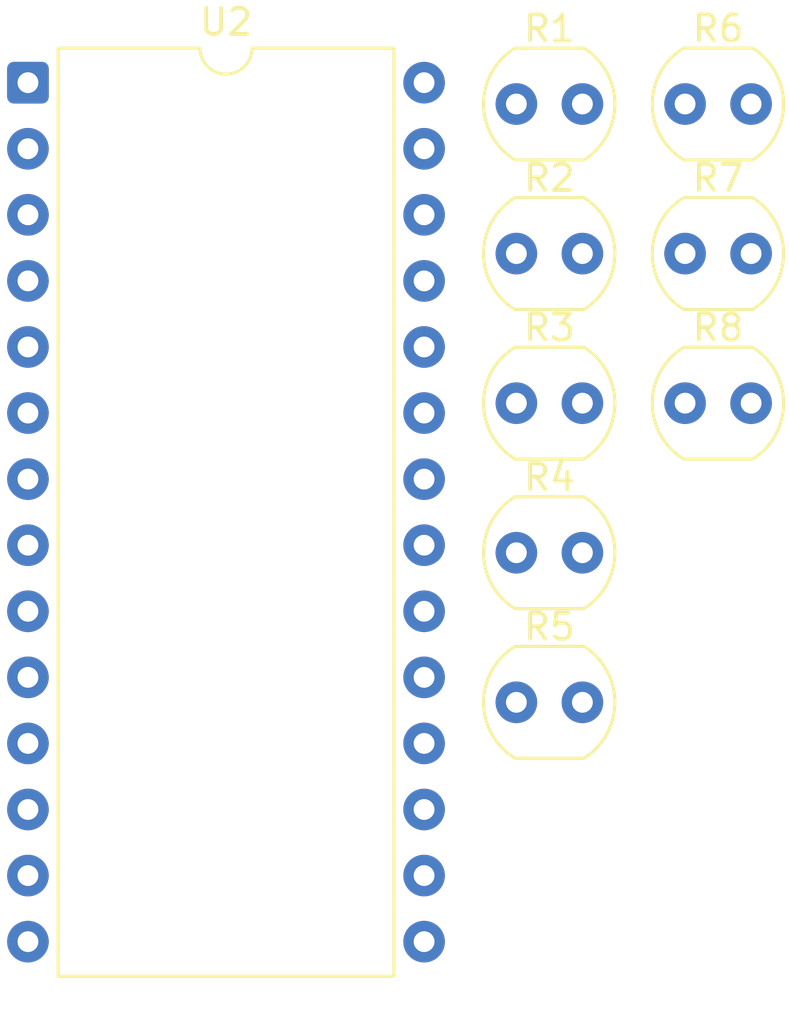
<source format=kicad_pcb>
(kicad_pcb (version 20241229) (generator "pcbnew") (generator_version "9.0")
  (layers (0 "F.Cu" signal) (2 "B.Cu" signal) (13 "F.Paste" user) (15 "B.Paste" user) (5 "F.SilkS" user "F.Silkscreen") (7 "B.SilkS" user "B.Silkscreen") (1 "F.Mask" user) (3 "B.Mask" user) (25 "Edge.Cuts" user))
  (net 0 "")
  (net 1 "Net-(U2-D0)")
  (net 2 "+5V")
  (net 3 "Net-(U2-D1)")
  (net 4 "Net-(U2-D2)")
  (net 5 "Net-(U2-D3)")
  (net 6 "Net-(U2-D4)")
  (net 7 "Net-(U2-D5)")
  (net 8 "Net-(U2-D6)")
  (net 9 "Net-(U2-D7)")
  (net 10 "Net-(U1-A13{slash}PB5)")
  (net 11 "GND")
  (net 12 "Net-(U1-A8{slash}PB0)")
  (net 13 "Net-(U1-A12{slash}PB4)")
  (net 14 "Net-(U1-A9{slash}PB1)")
  (net 15 "Net-(U1-PA6)")
  (net 16 "Net-(U1-A14{slash}PB6)")
  (net 17 "Net-(U1-A10{slash}PB2)")
  (net 18 "Net-(U1-PA5)")
  (net 19 "Net-(U1-A11{slash}PB3)")
  (net 20 "Net-(U1-A15{slash}PB7)")
  (footprint "OptoDevice:R_LDR_4.9x4.2mm_P2.54mm_Vertical" (layer "F.Cu") (at 156.55 70.8)
    (property "Reference" "R1" (at 1.27 -2.9 0) (layer "F.SilkS"))
    (property "Value" "10k")
    (fp_line (start -0.05 -2.15) (end 2.6 -2.15) (stroke (width 0.12)) (layer "F.SilkS"))
    (fp_line (start -0.05 2.15) (end 2.6 2.15) (stroke (width 0.12)) (layer "F.SilkS"))
    (fp_arc (start -0.05 2.15) (mid -1.262424 0.01494) (end -0.075476 -2.134388) (stroke (width 0.12)) (layer "F.SilkS"))
    (fp_arc (start 2.6 -2.15) (mid 3.788646 -0.016616) (end 2.628027 2.132145) (stroke (width 0.12)) (layer "F.SilkS"))
    (pad "1" thru_hole circle (at 0 0) (size 1.6 1.6) (drill 0.8) (layers "*.Cu" "*.Mask") (net 1 "Net-(U2-D0)"))
    (pad "2" thru_hole circle (at 2.54 0) (size 1.6 1.6) (drill 0.8) (layers "*.Cu" "*.Mask") (net 2 "+5V"))
  )
  (footprint "OptoDevice:R_LDR_4.9x4.2mm_P2.54mm_Vertical" (layer "F.Cu") (at 156.55 93.8)
    (property "Reference" "R5" (at 1.27 -2.9 0) (layer "F.SilkS"))
    (property "Value" "1k")
    (fp_line (start -0.05 -2.15) (end 2.6 -2.15) (stroke (width 0.12)) (layer "F.SilkS"))
    (fp_line (start -0.05 2.15) (end 2.6 2.15) (stroke (width 0.12)) (layer "F.SilkS"))
    (fp_arc (start -0.05 2.15) (mid -1.262424 0.01494) (end -0.075476 -2.134388) (stroke (width 0.12)) (layer "F.SilkS"))
    (fp_arc (start 2.6 -2.15) (mid 3.788646 -0.016616) (end 2.628027 2.132145) (stroke (width 0.12)) (layer "F.SilkS"))
    (pad "1" thru_hole circle (at 0 0) (size 1.6 1.6) (drill 0.8) (layers "*.Cu" "*.Mask") (net 6 "Net-(U2-D4)"))
    (pad "2" thru_hole circle (at 2.54 0) (size 1.6 1.6) (drill 0.8) (layers "*.Cu" "*.Mask") (net 2 "+5V"))
  )
  (footprint "OptoDevice:R_LDR_4.9x4.2mm_P2.54mm_Vertical" (layer "F.Cu") (at 163.04 82.3)
    (property "Reference" "R8" (at 1.27 -2.9 0) (layer "F.SilkS"))
    (property "Value" "1k")
    (fp_line (start -0.05 -2.15) (end 2.6 -2.15) (stroke (width 0.12)) (layer "F.SilkS"))
    (fp_line (start -0.05 2.15) (end 2.6 2.15) (stroke (width 0.12)) (layer "F.SilkS"))
    (fp_arc (start -0.05 2.15) (mid -1.262424 0.01494) (end -0.075476 -2.134388) (stroke (width 0.12)) (layer "F.SilkS"))
    (fp_arc (start 2.6 -2.15) (mid 3.788646 -0.016616) (end 2.628027 2.132145) (stroke (width 0.12)) (layer "F.SilkS"))
    (pad "1" thru_hole circle (at 0 0) (size 1.6 1.6) (drill 0.8) (layers "*.Cu" "*.Mask") (net 9 "Net-(U2-D7)"))
    (pad "2" thru_hole circle (at 2.54 0) (size 1.6 1.6) (drill 0.8) (layers "*.Cu" "*.Mask") (net 2 "+5V"))
  )
  (footprint "OptoDevice:R_LDR_4.9x4.2mm_P2.54mm_Vertical" (layer "F.Cu") (at 163.04 70.8)
    (property "Reference" "R6" (at 1.27 -2.9 0) (layer "F.SilkS"))
    (property "Value" "1k")
    (fp_line (start -0.05 -2.15) (end 2.6 -2.15) (stroke (width 0.12)) (layer "F.SilkS"))
    (fp_line (start -0.05 2.15) (end 2.6 2.15) (stroke (width 0.12)) (layer "F.SilkS"))
    (fp_arc (start -0.05 2.15) (mid -1.262424 0.01494) (end -0.075476 -2.134388) (stroke (width 0.12)) (layer "F.SilkS"))
    (fp_arc (start 2.6 -2.15) (mid 3.788646 -0.016616) (end 2.628027 2.132145) (stroke (width 0.12)) (layer "F.SilkS"))
    (pad "1" thru_hole circle (at 0 0) (size 1.6 1.6) (drill 0.8) (layers "*.Cu" "*.Mask") (net 7 "Net-(U2-D5)"))
    (pad "2" thru_hole circle (at 2.54 0) (size 1.6 1.6) (drill 0.8) (layers "*.Cu" "*.Mask") (net 2 "+5V"))
  )
  (footprint "OptoDevice:R_LDR_4.9x4.2mm_P2.54mm_Vertical" (layer "F.Cu") (at 163.04 76.55)
    (property "Reference" "R7" (at 1.27 -2.9 0) (layer "F.SilkS"))
    (property "Value" "1k")
    (fp_line (start -0.05 -2.15) (end 2.6 -2.15) (stroke (width 0.12)) (layer "F.SilkS"))
    (fp_line (start -0.05 2.15) (end 2.6 2.15) (stroke (width 0.12)) (layer "F.SilkS"))
    (fp_arc (start -0.05 2.15) (mid -1.262424 0.01494) (end -0.075476 -2.134388) (stroke (width 0.12)) (layer "F.SilkS"))
    (fp_arc (start 2.6 -2.15) (mid 3.788646 -0.016616) (end 2.628027 2.132145) (stroke (width 0.12)) (layer "F.SilkS"))
    (pad "1" thru_hole circle (at 0 0) (size 1.6 1.6) (drill 0.8) (layers "*.Cu" "*.Mask") (net 8 "Net-(U2-D6)"))
    (pad "2" thru_hole circle (at 2.54 0) (size 1.6 1.6) (drill 0.8) (layers "*.Cu" "*.Mask") (net 2 "+5V"))
  )
  (footprint "OptoDevice:R_LDR_4.9x4.2mm_P2.54mm_Vertical" (layer "F.Cu") (at 156.55 76.55)
    (property "Reference" "R2" (at 1.27 -2.9 0) (layer "F.SilkS"))
    (property "Value" "1k")
    (fp_line (start -0.05 -2.15) (end 2.6 -2.15) (stroke (width 0.12)) (layer "F.SilkS"))
    (fp_line (start -0.05 2.15) (end 2.6 2.15) (stroke (width 0.12)) (layer "F.SilkS"))
    (fp_arc (start -0.05 2.15) (mid -1.262424 0.01494) (end -0.075476 -2.134388) (stroke (width 0.12)) (layer "F.SilkS"))
    (fp_arc (start 2.6 -2.15) (mid 3.788646 -0.016616) (end 2.628027 2.132145) (stroke (width 0.12)) (layer "F.SilkS"))
    (pad "1" thru_hole circle (at 0 0) (size 1.6 1.6) (drill 0.8) (layers "*.Cu" "*.Mask") (net 3 "Net-(U2-D1)"))
    (pad "2" thru_hole circle (at 2.54 0) (size 1.6 1.6) (drill 0.8) (layers "*.Cu" "*.Mask") (net 2 "+5V"))
  )
  (footprint "Package_DIP:DIP-28_W15.24mm" (layer "F.Cu") (at 137.76 69.98)
    (property "Reference" "U2" (at 7.62 -2.33 0) (layer "F.SilkS"))
    (property "Value" "2764")
    (fp_line (start 1.16 -1.33) (end 1.16 34.35) (stroke (width 0.12)) (layer "F.SilkS"))
    (fp_line (start 1.16 34.35) (end 14.08 34.35) (stroke (width 0.12)) (layer "F.SilkS"))
    (fp_line (start 6.62 -1.33) (end 1.16 -1.33) (stroke (width 0.12)) (layer "F.SilkS"))
    (fp_line (start 14.08 -1.33) (end 8.62 -1.33) (stroke (width 0.12)) (layer "F.SilkS"))
    (fp_line (start 14.08 34.35) (end 14.08 -1.33) (stroke (width 0.12)) (layer "F.SilkS"))
    (fp_arc (start 8.62 -1.33) (mid 7.62 -0.33) (end 6.62 -1.33) (stroke (width 0.12)) (layer "F.SilkS"))
    (pad "1" thru_hole roundrect (at 0 0) (size 1.6 1.6) (drill 0.8) (layers "*.Cu" "*.Mask") (roundrect_rratio 0.15625) (net 2 "+5V"))
    (pad "2" thru_hole circle (at 0 2.54) (size 1.6 1.6) (drill 0.8) (layers "*.Cu" "*.Mask") (net 11 "GND"))
    (pad "3" thru_hole circle (at 0 5.08) (size 1.6 1.6) (drill 0.8) (layers "*.Cu" "*.Mask") (net 20 "Net-(U1-A15{slash}PB7)"))
    (pad "4" thru_hole circle (at 0 7.62) (size 1.6 1.6) (drill 0.8) (layers "*.Cu" "*.Mask") (net 16 "Net-(U1-A14{slash}PB6)"))
    (pad "5" thru_hole circle (at 0 10.16) (size 1.6 1.6) (drill 0.8) (layers "*.Cu" "*.Mask") (net 10 "Net-(U1-A13{slash}PB5)"))
    (pad "6" thru_hole circle (at 0 12.7) (size 1.6 1.6) (drill 0.8) (layers "*.Cu" "*.Mask") (net 13 "Net-(U1-A12{slash}PB4)"))
    (pad "7" thru_hole circle (at 0 15.24) (size 1.6 1.6) (drill 0.8) (layers "*.Cu" "*.Mask") (net 19 "Net-(U1-A11{slash}PB3)"))
    (pad "8" thru_hole circle (at 0 17.78) (size 1.6 1.6) (drill 0.8) (layers "*.Cu" "*.Mask") (net 17 "Net-(U1-A10{slash}PB2)"))
    (pad "9" thru_hole circle (at 0 20.32) (size 1.6 1.6) (drill 0.8) (layers "*.Cu" "*.Mask") (net 14 "Net-(U1-A9{slash}PB1)"))
    (pad "10" thru_hole circle (at 0 22.86) (size 1.6 1.6) (drill 0.8) (layers "*.Cu" "*.Mask") (net 12 "Net-(U1-A8{slash}PB0)"))
    (pad "11" thru_hole circle (at 0 25.4) (size 1.6 1.6) (drill 0.8) (layers "*.Cu" "*.Mask") (net 1 "Net-(U2-D0)"))
    (pad "12" thru_hole circle (at 0 27.94) (size 1.6 1.6) (drill 0.8) (layers "*.Cu" "*.Mask") (net 3 "Net-(U2-D1)"))
    (pad "13" thru_hole circle (at 0 30.48) (size 1.6 1.6) (drill 0.8) (layers "*.Cu" "*.Mask") (net 4 "Net-(U2-D2)"))
    (pad "14" thru_hole circle (at 0 33.02) (size 1.6 1.6) (drill 0.8) (layers "*.Cu" "*.Mask") (net 11 "GND"))
    (pad "15" thru_hole circle (at 15.24 33.02) (size 1.6 1.6) (drill 0.8) (layers "*.Cu" "*.Mask") (net 5 "Net-(U2-D3)"))
    (pad "16" thru_hole circle (at 15.24 30.48) (size 1.6 1.6) (drill 0.8) (layers "*.Cu" "*.Mask") (net 6 "Net-(U2-D4)"))
    (pad "17" thru_hole circle (at 15.24 27.94) (size 1.6 1.6) (drill 0.8) (layers "*.Cu" "*.Mask") (net 7 "Net-(U2-D5)"))
    (pad "18" thru_hole circle (at 15.24 25.4) (size 1.6 1.6) (drill 0.8) (layers "*.Cu" "*.Mask") (net 8 "Net-(U2-D6)"))
    (pad "19" thru_hole circle (at 15.24 22.86) (size 1.6 1.6) (drill 0.8) (layers "*.Cu" "*.Mask") (net 9 "Net-(U2-D7)"))
    (pad "20" thru_hole circle (at 15.24 20.32) (size 1.6 1.6) (drill 0.8) (layers "*.Cu" "*.Mask") (net 18 "Net-(U1-PA5)"))
    (pad "21" thru_hole circle (at 15.24 17.78) (size 1.6 1.6) (drill 0.8) (layers "*.Cu" "*.Mask") (net 11 "GND"))
    (pad "22" thru_hole circle (at 15.24 15.24) (size 1.6 1.6) (drill 0.8) (layers "*.Cu" "*.Mask") (net 15 "Net-(U1-PA6)"))
    (pad "23" thru_hole circle (at 15.24 12.7) (size 1.6 1.6) (drill 0.8) (layers "*.Cu" "*.Mask") (net 11 "GND"))
    (pad "24" thru_hole circle (at 15.24 10.16) (size 1.6 1.6) (drill 0.8) (layers "*.Cu" "*.Mask") (net 11 "GND"))
    (pad "25" thru_hole circle (at 15.24 7.62) (size 1.6 1.6) (drill 0.8) (layers "*.Cu" "*.Mask") (net 11 "GND"))
    (pad "26" thru_hole circle (at 15.24 5.08) (size 1.6 1.6) (drill 0.8) (layers "*.Cu" "*.Mask"))
    (pad "27" thru_hole circle (at 15.24 2.54) (size 1.6 1.6) (drill 0.8) (layers "*.Cu" "*.Mask") (net 2 "+5V"))
    (pad "28" thru_hole circle (at 15.24 0) (size 1.6 1.6) (drill 0.8) (layers "*.Cu" "*.Mask") (net 2 "+5V"))
  )
  (footprint "OptoDevice:R_LDR_4.9x4.2mm_P2.54mm_Vertical" (layer "F.Cu") (at 156.55 88.05)
    (property "Reference" "R4" (at 1.27 -2.9 0) (layer "F.SilkS"))
    (property "Value" "1k")
    (fp_line (start -0.05 -2.15) (end 2.6 -2.15) (stroke (width 0.12)) (layer "F.SilkS"))
    (fp_line (start -0.05 2.15) (end 2.6 2.15) (stroke (width 0.12)) (layer "F.SilkS"))
    (fp_arc (start -0.05 2.15) (mid -1.262424 0.01494) (end -0.075476 -2.134388) (stroke (width 0.12)) (layer "F.SilkS"))
    (fp_arc (start 2.6 -2.15) (mid 3.788646 -0.016616) (end 2.628027 2.132145) (stroke (width 0.12)) (layer "F.SilkS"))
    (pad "1" thru_hole circle (at 0 0) (size 1.6 1.6) (drill 0.8) (layers "*.Cu" "*.Mask") (net 5 "Net-(U2-D3)"))
    (pad "2" thru_hole circle (at 2.54 0) (size 1.6 1.6) (drill 0.8) (layers "*.Cu" "*.Mask") (net 2 "+5V"))
  )
  (footprint "OptoDevice:R_LDR_4.9x4.2mm_P2.54mm_Vertical" (layer "F.Cu") (at 156.55 82.3)
    (property "Reference" "R3" (at 1.27 -2.9 0) (layer "F.SilkS"))
    (property "Value" "1k")
    (fp_line (start -0.05 -2.15) (end 2.6 -2.15) (stroke (width 0.12)) (layer "F.SilkS"))
    (fp_line (start -0.05 2.15) (end 2.6 2.15) (stroke (width 0.12)) (layer "F.SilkS"))
    (fp_arc (start -0.05 2.15) (mid -1.262424 0.01494) (end -0.075476 -2.134388) (stroke (width 0.12)) (layer "F.SilkS"))
    (fp_arc (start 2.6 -2.15) (mid 3.788646 -0.016616) (end 2.628027 2.132145) (stroke (width 0.12)) (layer "F.SilkS"))
    (pad "1" thru_hole circle (at 0 0) (size 1.6 1.6) (drill 0.8) (layers "*.Cu" "*.Mask") (net 4 "Net-(U2-D2)"))
    (pad "2" thru_hole circle (at 2.54 0) (size 1.6 1.6) (drill 0.8) (layers "*.Cu" "*.Mask") (net 2 "+5V"))
  )
)
</source>
